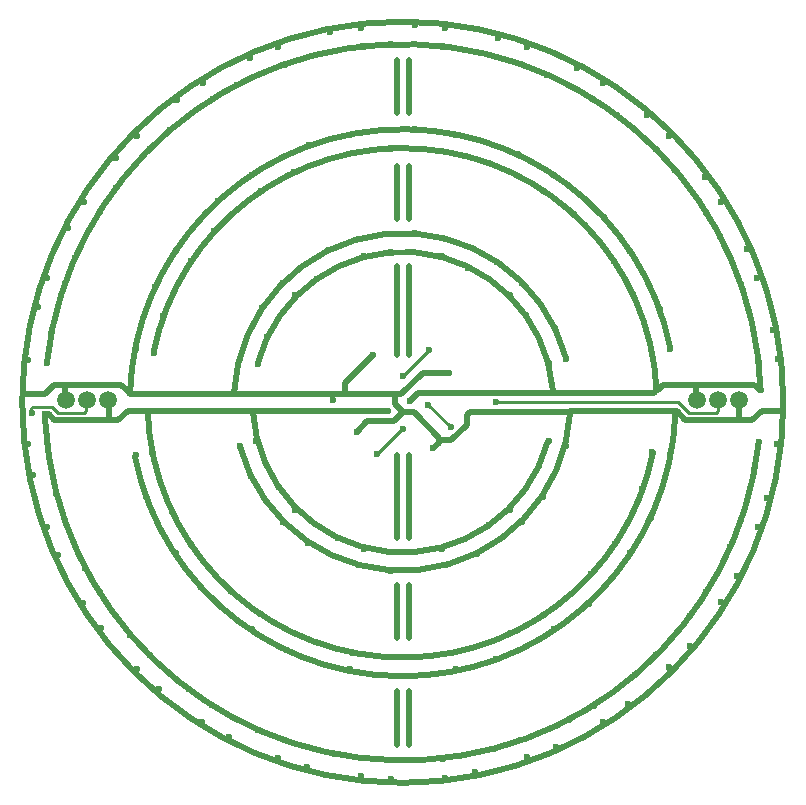
<source format=gbl>
G04*
G04 #@! TF.GenerationSoftware,Altium Limited,Altium Designer,20.2.4 (192)*
G04*
G04 Layer_Physical_Order=2*
G04 Layer_Color=16711680*
%FSLAX25Y25*%
%MOIN*%
G70*
G04*
G04 #@! TF.SameCoordinates,D12834CA-4DE5-443E-9A18-81BA23B25CB7*
G04*
G04*
G04 #@! TF.FilePolarity,Positive*
G04*
G01*
G75*
%ADD260C,0.02000*%
%ADD261C,0.01000*%
%ADD262C,0.05906*%
%ADD263C,0.02362*%
D260*
X126858Y0D02*
G03*
X126858Y0I-126858J0D01*
G01*
X-119131Y-6900D02*
G03*
X118662Y-13245I119165J6901D01*
G01*
X119291Y3937D02*
G03*
X-118624Y13202I-119291J-3937D01*
G01*
X54425Y14668D02*
G03*
X-56299Y2756I-54425J-14668D01*
G01*
X89235Y17768D02*
G03*
X-90945Y2756I-89235J-17768D01*
G01*
X-54331Y-14567D02*
G03*
X55801Y-3367I54159J14521D01*
G01*
X-89286Y-18086D02*
G03*
X90878Y-3543I89235J17768D01*
G01*
X84609Y3937D02*
G03*
X-83071Y16535I-84609J-3937D01*
G01*
X-50000Y-2756D02*
G03*
X48392Y-12878I50000J2756D01*
G01*
X49989Y4331D02*
G03*
X-48392Y12878I-49939J-4344D01*
G01*
X-85039Y-2756D02*
G03*
X83447Y-16610I85039J2756D01*
G01*
X116535Y-5906D02*
X119685Y-2756D01*
X126772D01*
X112205Y-5906D02*
X116535D01*
X-1969Y15748D02*
X-1969Y45276D01*
X1969Y15748D02*
X1969Y45276D01*
X-2025Y-78687D02*
Y-60971D01*
X1912Y-78687D02*
Y-60971D01*
X-2025Y-45223D02*
X-1969Y-17717D01*
X1912Y-45223D02*
X1969Y-17717D01*
X-2025Y-114120D02*
Y-96404D01*
X1912Y-114120D02*
Y-96404D01*
X-1969Y96457D02*
Y114173D01*
X1969Y96457D02*
Y114173D01*
X-1969Y61024D02*
Y78740D01*
X1969Y61024D02*
Y78740D01*
X-119260Y-4056D02*
X-119259Y-4056D01*
X-49973Y-2783D02*
X-4806D01*
X118662Y-13245D02*
X118701Y-13287D01*
X-119266Y-4056D02*
X-119260D01*
X-50000Y-2756D02*
X-49973Y-2783D01*
X-50000Y-2756D02*
X-50000D01*
X56201Y-2756D02*
X90878D01*
X94192Y-5906D02*
X112205D01*
X90878Y-2756D02*
X91043D01*
X91354Y-3067D01*
X94192Y-5906D01*
X55801Y-3150D02*
X55808D01*
X50000Y3150D02*
X83687D01*
X22431Y-3150D02*
X55801D01*
X55808D02*
X56201Y-2756D01*
X21260Y-4321D02*
X22431Y-3150D01*
X21260Y-7480D02*
Y-4321D01*
X5085Y3150D02*
X50000D01*
X2380Y445D02*
X5085Y3150D01*
X-98032Y-5906D02*
X-94882D01*
X-91732Y-2756D02*
X-85039D01*
X-94882Y-5906D02*
X-91732Y-2756D01*
X-85039D02*
X-50000D01*
X-116142Y-5906D02*
X-98032D01*
X-119266Y-3897D02*
X-119197Y-3966D01*
X-118081D01*
X-116142Y-5906D01*
X-98032D02*
Y0D01*
X-119266Y-3897D02*
X-119131Y-6900D01*
X-125591Y2756D02*
X-119291D01*
X-116142Y5906D02*
X-112598D01*
X-119291Y2756D02*
X-116142Y5906D01*
X-112598D02*
X-93799D01*
X-112598Y394D02*
Y5906D01*
X-91043Y3150D02*
X-90945D01*
X-93799Y5906D02*
X-91043Y3150D01*
X112205Y-5906D02*
Y0D01*
X97638Y5906D02*
X117225D01*
X86909D02*
X97638D01*
Y394D02*
X98032Y0D01*
X97638Y394D02*
Y5906D01*
X84940Y3937D02*
X86909Y5906D01*
X117225D02*
X119193Y3937D01*
X16142Y-12598D02*
X21260Y-7480D01*
X12164Y-12598D02*
X16142D01*
X88712Y-88834D02*
Y-88171D01*
Y-88834D02*
X88907Y-89029D01*
X41437Y-118589D02*
X41594Y-118746D01*
X41437Y-118589D02*
Y-118297D01*
X-88919Y-89017D02*
Y-89017D01*
X-88655Y-88754D01*
X-90945Y2756D02*
X-56299D01*
X-19291D01*
X12164Y-13427D02*
Y-12598D01*
Y-11770D01*
X-2491Y2657D02*
X-553D01*
X-2491Y-600D02*
Y2657D01*
Y-600D02*
X226Y-3317D01*
Y-3248D02*
X3642D01*
X-19193Y2657D02*
X-2491D01*
X-19291Y2756D02*
X-19193Y2657D01*
X-19291Y2756D02*
X-19291D01*
X-553Y2657D02*
X6632Y9843D01*
X15354D01*
X3642Y-3248D02*
X3937Y-3543D01*
X3937D01*
X12164Y-11770D01*
X10236Y-15354D02*
X12164Y-13427D01*
X-2756Y-6299D02*
X226Y-3317D01*
X-11811Y-6299D02*
X-2756D01*
X-15354Y-9843D02*
X-11811Y-6299D01*
X-19291Y6299D02*
X-9843Y15748D01*
X-19291Y2756D02*
Y6299D01*
X119193Y3937D02*
X119291D01*
X83687Y3150D02*
X84474Y3937D01*
X84609D01*
X-4806Y-2783D02*
X-4779Y-2811D01*
X2380Y347D02*
Y445D01*
D261*
X105118Y787D02*
Y1575D01*
Y-2957D02*
Y787D01*
X-124016Y-3150D02*
X-123622Y-3543D01*
X-124016Y-3150D02*
Y-2161D01*
X-123430Y-1575D02*
X-116929D01*
X-124016Y-2161D02*
X-123430Y-1575D01*
X-116929D02*
X-114961Y-3543D01*
X-105512Y-2957D02*
Y394D01*
X-106098Y-3543D02*
X-105512Y-2957D01*
X-114961Y-3543D02*
X-106098D01*
X-105512Y394D02*
X-105118Y787D01*
X95276Y-3543D02*
X104532D01*
X105118Y-2957D01*
X31102Y0D02*
X91732D01*
X95276Y-3543D01*
X0Y8661D02*
X8661Y17323D01*
X0Y8661D02*
X0D01*
X8480Y-819D02*
X15732Y-8071D01*
X8268Y-819D02*
X8480D01*
X15732Y-8071D02*
X16339D01*
X-160Y-8980D02*
X0D01*
X-8502Y-17323D02*
X-160Y-8980D01*
X-8661Y-17323D02*
X-8502D01*
D262*
X-112402Y787D02*
D03*
X-105315D02*
D03*
X-98228D02*
D03*
X112205D02*
D03*
X105118D02*
D03*
X98032D02*
D03*
D263*
X126772Y-2756D02*
D03*
X-123622Y-3543D02*
D03*
X-119266Y-4056D02*
D03*
X90945Y-2756D02*
D03*
X31102Y0D02*
D03*
X-23391Y878D02*
D03*
X118701Y13287D02*
D03*
X-55291Y105769D02*
D03*
X-50930Y114861D02*
D03*
X-39370Y112500D02*
D03*
X-41437Y118504D02*
D03*
X-30382Y115423D02*
D03*
X-24107Y123317D02*
D03*
X-13287Y118602D02*
D03*
X-13976Y124705D02*
D03*
X-3937Y119291D02*
D03*
X3937Y125591D02*
D03*
X13386Y118602D02*
D03*
X13976Y124705D02*
D03*
X22705Y117175D02*
D03*
X31783Y121565D02*
D03*
X39370Y112598D02*
D03*
X41437Y118405D02*
D03*
X48197Y109185D02*
D03*
X58024Y111444D02*
D03*
X63484Y101083D02*
D03*
X66831Y106299D02*
D03*
X71297Y95701D02*
D03*
X81380Y95717D02*
D03*
X88681Y88779D02*
D03*
X84350Y84350D02*
D03*
X90791Y77453D02*
D03*
X100626Y75224D02*
D03*
X101083Y63484D02*
D03*
X106201Y66732D02*
D03*
X105769Y55291D02*
D03*
X114861Y50930D02*
D03*
X118209Y41437D02*
D03*
X112697Y39370D02*
D03*
X115423Y30382D02*
D03*
X123317Y24107D02*
D03*
X118504Y-41535D02*
D03*
X106201Y-66634D02*
D03*
X88712Y-88171D02*
D03*
X66807Y-106496D02*
D03*
X41437Y-118297D02*
D03*
X14075Y-125101D02*
D03*
X-14075Y-124705D02*
D03*
X-71297Y-95701D02*
D03*
X-41437Y-118602D02*
D03*
X-67002Y-106569D02*
D03*
X-88655Y-88754D02*
D03*
X-106595Y-66929D02*
D03*
X-118677Y-41535D02*
D03*
X-63386Y100984D02*
D03*
X-66732Y106299D02*
D03*
X-75224Y100626D02*
D03*
X-77453Y90791D02*
D03*
X-88681Y88779D02*
D03*
X-84252Y84252D02*
D03*
X-111444Y58024D02*
D03*
X-109186Y48197D02*
D03*
X-95716Y81380D02*
D03*
X-95701Y71297D02*
D03*
X-101083Y63484D02*
D03*
X-106299Y66831D02*
D03*
X-118504Y41457D02*
D03*
X-112598Y39469D02*
D03*
X-117175Y22705D02*
D03*
X-121565Y31783D02*
D03*
X-124976Y14075D02*
D03*
X-118602Y-13287D02*
D03*
X-124803Y-14075D02*
D03*
X-123317Y-24107D02*
D03*
X-115423Y-30382D02*
D03*
X-112598Y-39370D02*
D03*
X-114861Y-50930D02*
D03*
X-105769Y-55291D02*
D03*
X-100984Y-63386D02*
D03*
X-100626Y-75224D02*
D03*
X-90791Y-77453D02*
D03*
X-84153Y-84350D02*
D03*
X-81380Y-95717D02*
D03*
X-63484Y-100886D02*
D03*
X-58024Y-111444D02*
D03*
X-48197Y-109185D02*
D03*
X-39370Y-112697D02*
D03*
X-22705Y-117175D02*
D03*
X-31783Y-121565D02*
D03*
X-13386Y-118602D02*
D03*
X3937Y-119291D02*
D03*
X-3937Y-125591D02*
D03*
X24107Y-123317D02*
D03*
X30382Y-115423D02*
D03*
X13386Y-118799D02*
D03*
X39370Y-112598D02*
D03*
X55291Y-105769D02*
D03*
X50930Y-114861D02*
D03*
X63583Y-101181D02*
D03*
X77453Y-90791D02*
D03*
X75224Y-100626D02*
D03*
X84350Y-84252D02*
D03*
X95701Y-71297D02*
D03*
X95717Y-81380D02*
D03*
X100984Y-63386D02*
D03*
X111444Y-58024D02*
D03*
X109185Y-48197D02*
D03*
X124902Y-14075D02*
D03*
X112697Y-39370D02*
D03*
X121565Y-31783D02*
D03*
X117175Y-22705D02*
D03*
X118701Y-13287D02*
D03*
X125049Y14339D02*
D03*
X-125591Y2756D02*
D03*
X56299Y-2756D02*
D03*
X-15354Y-9843D02*
D03*
X67216Y61648D02*
D03*
X75590Y50394D02*
D03*
X85716Y31229D02*
D03*
X88976Y17717D02*
D03*
Y-17717D02*
D03*
X82702Y-38504D02*
D03*
X75590Y-50394D02*
D03*
X62026Y-67168D02*
D03*
X50394Y-75590D02*
D03*
X31229Y-85716D02*
D03*
X17717Y-88976D02*
D03*
X-3937Y-91142D02*
D03*
X-17717Y-88976D02*
D03*
X-38504Y-82702D02*
D03*
X-50394Y-75590D02*
D03*
X-67216Y-61648D02*
D03*
X-75590Y-50394D02*
D03*
X-85716Y-31229D02*
D03*
X-88976Y-17717D02*
D03*
X-90945Y3150D02*
D03*
X-88976Y17717D02*
D03*
X-82702Y38504D02*
D03*
X-75590Y50394D02*
D03*
X-61648Y67216D02*
D03*
X-31229Y85716D02*
D03*
X3937Y91142D02*
D03*
X38504Y82702D02*
D03*
X50394Y75590D02*
D03*
X17717Y88976D02*
D03*
X-17717D02*
D03*
X-50394Y75590D02*
D03*
X-56299Y2756D02*
D03*
X-3937Y-56299D02*
D03*
X14567Y-54331D02*
D03*
X-14567D02*
D03*
X-39764Y-39764D02*
D03*
X-31559Y-46783D02*
D03*
X-50720Y-24740D02*
D03*
X-54331Y-14567D02*
D03*
X24740Y-50720D02*
D03*
X39764Y-39764D02*
D03*
X46783Y-31559D02*
D03*
X54331Y-14567D02*
D03*
Y14567D02*
D03*
X50720Y24740D02*
D03*
X39764Y39764D02*
D03*
X31559Y46783D02*
D03*
X14567Y54331D02*
D03*
X3937Y56299D02*
D03*
X-24740Y50720D02*
D03*
X-14567Y54331D02*
D03*
X-39764Y39764D02*
D03*
X-46850Y31496D02*
D03*
X-54331Y14567D02*
D03*
X10236Y-15354D02*
D03*
X-9843Y15748D02*
D03*
X15354Y9843D02*
D03*
X-4779Y-2811D02*
D03*
X2380Y347D02*
D03*
X0Y8661D02*
D03*
X-118504Y13189D02*
D03*
X119291Y3937D02*
D03*
X8268Y-819D02*
D03*
X16142Y-8268D02*
D03*
X50000Y3150D02*
D03*
X-8661Y-17323D02*
D03*
X-16535Y-83465D02*
D03*
X-70472Y-47244D02*
D03*
X-83472Y-16535D02*
D03*
X-47244Y70472D02*
D03*
X-83071Y16535D02*
D03*
X-79896Y28819D02*
D03*
X-62761Y57194D02*
D03*
X-36093Y76883D02*
D03*
X-3937Y84842D02*
D03*
X28819Y79896D02*
D03*
X57194Y62761D02*
D03*
X76883Y36093D02*
D03*
X84842Y3937D02*
D03*
X79896Y-28819D02*
D03*
X62761Y-57194D02*
D03*
X36093Y-76883D02*
D03*
X3937Y-84842D02*
D03*
X-28819Y-79896D02*
D03*
X-57194Y-62761D02*
D03*
X-76883Y-36093D02*
D03*
X-47244Y-70472D02*
D03*
X16535Y-83465D02*
D03*
X47244Y-70866D02*
D03*
X70866Y-47244D02*
D03*
X83071Y-16535D02*
D03*
Y16535D02*
D03*
X70472Y47244D02*
D03*
X47244Y70472D02*
D03*
X16535Y83071D02*
D03*
X-16535D02*
D03*
X-70472Y47244D02*
D03*
X-85039Y-2756D02*
D03*
X0Y-8980D02*
D03*
X48819Y12992D02*
D03*
Y-12992D02*
D03*
X35827Y-35827D02*
D03*
X12992Y-48819D02*
D03*
X-12992D02*
D03*
X-45276Y21654D02*
D03*
X-35827Y35827D02*
D03*
X-28740Y40945D02*
D03*
X-12992Y48819D02*
D03*
X12992D02*
D03*
X35827Y35827D02*
D03*
X-3937Y50000D02*
D03*
X21654Y44882D02*
D03*
X40945Y29134D02*
D03*
X45276Y-21260D02*
D03*
X28740Y-40945D02*
D03*
X3937Y-50000D02*
D03*
X-21654Y-45276D02*
D03*
X-41339Y-28346D02*
D03*
X-35827Y-35827D02*
D03*
X-48819Y-12992D02*
D03*
X-50000Y-2756D02*
D03*
X-48392Y12878D02*
D03*
X8661Y17323D02*
D03*
M02*

</source>
